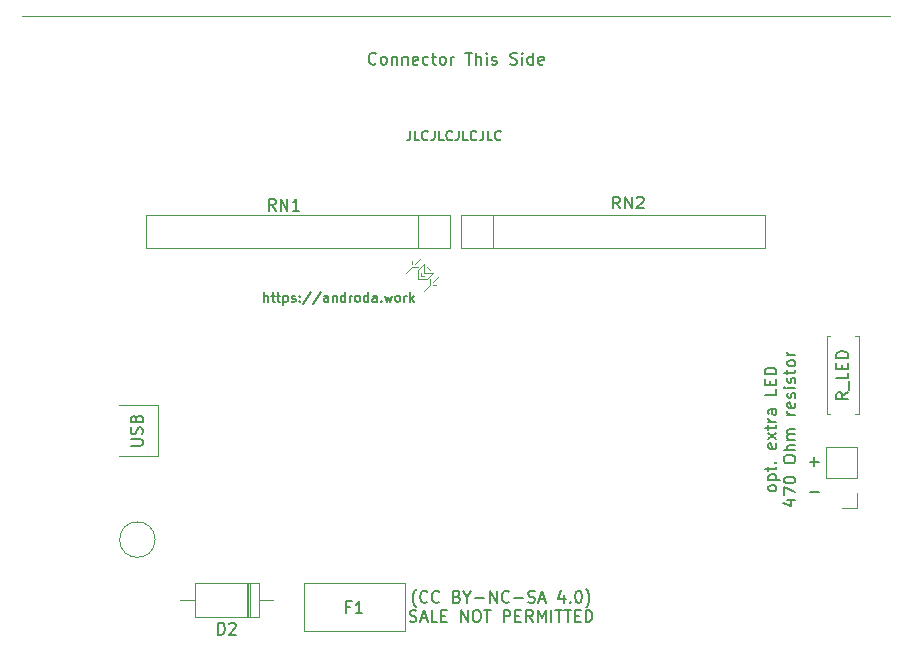
<source format=gbr>
%TF.GenerationSoftware,KiCad,Pcbnew,(6.0.2)*%
%TF.CreationDate,2022-04-05T12:16:13-06:00*%
%TF.ProjectId,Centronics50_F4Lite_THTV1,43656e74-726f-46e6-9963-7335305f4634,rev?*%
%TF.SameCoordinates,Original*%
%TF.FileFunction,Legend,Top*%
%TF.FilePolarity,Positive*%
%FSLAX46Y46*%
G04 Gerber Fmt 4.6, Leading zero omitted, Abs format (unit mm)*
G04 Created by KiCad (PCBNEW (6.0.2)) date 2022-04-05 12:16:13*
%MOMM*%
%LPD*%
G01*
G04 APERTURE LIST*
%ADD10C,0.150000*%
%ADD11C,0.120000*%
G04 APERTURE END LIST*
D10*
X166129047Y-70291428D02*
X166890952Y-70291428D01*
X166159047Y-67691428D02*
X166920952Y-67691428D01*
X166540000Y-68072380D02*
X166540000Y-67310476D01*
X163317380Y-70007619D02*
X163269761Y-70102857D01*
X163222142Y-70150476D01*
X163126904Y-70198095D01*
X162841190Y-70198095D01*
X162745952Y-70150476D01*
X162698333Y-70102857D01*
X162650714Y-70007619D01*
X162650714Y-69864761D01*
X162698333Y-69769523D01*
X162745952Y-69721904D01*
X162841190Y-69674285D01*
X163126904Y-69674285D01*
X163222142Y-69721904D01*
X163269761Y-69769523D01*
X163317380Y-69864761D01*
X163317380Y-70007619D01*
X162650714Y-69245714D02*
X163650714Y-69245714D01*
X162698333Y-69245714D02*
X162650714Y-69150476D01*
X162650714Y-68960000D01*
X162698333Y-68864761D01*
X162745952Y-68817142D01*
X162841190Y-68769523D01*
X163126904Y-68769523D01*
X163222142Y-68817142D01*
X163269761Y-68864761D01*
X163317380Y-68960000D01*
X163317380Y-69150476D01*
X163269761Y-69245714D01*
X162650714Y-68483809D02*
X162650714Y-68102857D01*
X162317380Y-68340952D02*
X163174523Y-68340952D01*
X163269761Y-68293333D01*
X163317380Y-68198095D01*
X163317380Y-68102857D01*
X163222142Y-67769523D02*
X163269761Y-67721904D01*
X163317380Y-67769523D01*
X163269761Y-67817142D01*
X163222142Y-67769523D01*
X163317380Y-67769523D01*
X163269761Y-66150476D02*
X163317380Y-66245714D01*
X163317380Y-66436190D01*
X163269761Y-66531428D01*
X163174523Y-66579047D01*
X162793571Y-66579047D01*
X162698333Y-66531428D01*
X162650714Y-66436190D01*
X162650714Y-66245714D01*
X162698333Y-66150476D01*
X162793571Y-66102857D01*
X162888809Y-66102857D01*
X162984047Y-66579047D01*
X163317380Y-65769523D02*
X162650714Y-65245714D01*
X162650714Y-65769523D02*
X163317380Y-65245714D01*
X162650714Y-65007619D02*
X162650714Y-64626666D01*
X162317380Y-64864761D02*
X163174523Y-64864761D01*
X163269761Y-64817142D01*
X163317380Y-64721904D01*
X163317380Y-64626666D01*
X163317380Y-64293333D02*
X162650714Y-64293333D01*
X162841190Y-64293333D02*
X162745952Y-64245714D01*
X162698333Y-64198095D01*
X162650714Y-64102857D01*
X162650714Y-64007619D01*
X163317380Y-63245714D02*
X162793571Y-63245714D01*
X162698333Y-63293333D01*
X162650714Y-63388571D01*
X162650714Y-63579047D01*
X162698333Y-63674285D01*
X163269761Y-63245714D02*
X163317380Y-63340952D01*
X163317380Y-63579047D01*
X163269761Y-63674285D01*
X163174523Y-63721904D01*
X163079285Y-63721904D01*
X162984047Y-63674285D01*
X162936428Y-63579047D01*
X162936428Y-63340952D01*
X162888809Y-63245714D01*
X163317380Y-61531428D02*
X163317380Y-62007619D01*
X162317380Y-62007619D01*
X162793571Y-61198095D02*
X162793571Y-60864761D01*
X163317380Y-60721904D02*
X163317380Y-61198095D01*
X162317380Y-61198095D01*
X162317380Y-60721904D01*
X163317380Y-60293333D02*
X162317380Y-60293333D01*
X162317380Y-60055238D01*
X162365000Y-59912380D01*
X162460238Y-59817142D01*
X162555476Y-59769523D01*
X162745952Y-59721904D01*
X162888809Y-59721904D01*
X163079285Y-59769523D01*
X163174523Y-59817142D01*
X163269761Y-59912380D01*
X163317380Y-60055238D01*
X163317380Y-60293333D01*
X164260714Y-70960000D02*
X164927380Y-70960000D01*
X163879761Y-71198095D02*
X164594047Y-71436190D01*
X164594047Y-70817142D01*
X163927380Y-70531428D02*
X163927380Y-69864761D01*
X164927380Y-70293333D01*
X163927380Y-69293333D02*
X163927380Y-69198095D01*
X163975000Y-69102857D01*
X164022619Y-69055238D01*
X164117857Y-69007619D01*
X164308333Y-68960000D01*
X164546428Y-68960000D01*
X164736904Y-69007619D01*
X164832142Y-69055238D01*
X164879761Y-69102857D01*
X164927380Y-69198095D01*
X164927380Y-69293333D01*
X164879761Y-69388571D01*
X164832142Y-69436190D01*
X164736904Y-69483809D01*
X164546428Y-69531428D01*
X164308333Y-69531428D01*
X164117857Y-69483809D01*
X164022619Y-69436190D01*
X163975000Y-69388571D01*
X163927380Y-69293333D01*
X163927380Y-67579047D02*
X163927380Y-67388571D01*
X163975000Y-67293333D01*
X164070238Y-67198095D01*
X164260714Y-67150476D01*
X164594047Y-67150476D01*
X164784523Y-67198095D01*
X164879761Y-67293333D01*
X164927380Y-67388571D01*
X164927380Y-67579047D01*
X164879761Y-67674285D01*
X164784523Y-67769523D01*
X164594047Y-67817142D01*
X164260714Y-67817142D01*
X164070238Y-67769523D01*
X163975000Y-67674285D01*
X163927380Y-67579047D01*
X164927380Y-66721904D02*
X163927380Y-66721904D01*
X164927380Y-66293333D02*
X164403571Y-66293333D01*
X164308333Y-66340952D01*
X164260714Y-66436190D01*
X164260714Y-66579047D01*
X164308333Y-66674285D01*
X164355952Y-66721904D01*
X164927380Y-65817142D02*
X164260714Y-65817142D01*
X164355952Y-65817142D02*
X164308333Y-65769523D01*
X164260714Y-65674285D01*
X164260714Y-65531428D01*
X164308333Y-65436190D01*
X164403571Y-65388571D01*
X164927380Y-65388571D01*
X164403571Y-65388571D02*
X164308333Y-65340952D01*
X164260714Y-65245714D01*
X164260714Y-65102857D01*
X164308333Y-65007619D01*
X164403571Y-64960000D01*
X164927380Y-64960000D01*
X164927380Y-63721904D02*
X164260714Y-63721904D01*
X164451190Y-63721904D02*
X164355952Y-63674285D01*
X164308333Y-63626666D01*
X164260714Y-63531428D01*
X164260714Y-63436190D01*
X164879761Y-62721904D02*
X164927380Y-62817142D01*
X164927380Y-63007619D01*
X164879761Y-63102857D01*
X164784523Y-63150476D01*
X164403571Y-63150476D01*
X164308333Y-63102857D01*
X164260714Y-63007619D01*
X164260714Y-62817142D01*
X164308333Y-62721904D01*
X164403571Y-62674285D01*
X164498809Y-62674285D01*
X164594047Y-63150476D01*
X164879761Y-62293333D02*
X164927380Y-62198095D01*
X164927380Y-62007619D01*
X164879761Y-61912380D01*
X164784523Y-61864761D01*
X164736904Y-61864761D01*
X164641666Y-61912380D01*
X164594047Y-62007619D01*
X164594047Y-62150476D01*
X164546428Y-62245714D01*
X164451190Y-62293333D01*
X164403571Y-62293333D01*
X164308333Y-62245714D01*
X164260714Y-62150476D01*
X164260714Y-62007619D01*
X164308333Y-61912380D01*
X164927380Y-61436190D02*
X164260714Y-61436190D01*
X163927380Y-61436190D02*
X163975000Y-61483809D01*
X164022619Y-61436190D01*
X163975000Y-61388571D01*
X163927380Y-61436190D01*
X164022619Y-61436190D01*
X164879761Y-61007619D02*
X164927380Y-60912380D01*
X164927380Y-60721904D01*
X164879761Y-60626666D01*
X164784523Y-60579047D01*
X164736904Y-60579047D01*
X164641666Y-60626666D01*
X164594047Y-60721904D01*
X164594047Y-60864761D01*
X164546428Y-60960000D01*
X164451190Y-61007619D01*
X164403571Y-61007619D01*
X164308333Y-60960000D01*
X164260714Y-60864761D01*
X164260714Y-60721904D01*
X164308333Y-60626666D01*
X164260714Y-60293333D02*
X164260714Y-59912380D01*
X163927380Y-60150476D02*
X164784523Y-60150476D01*
X164879761Y-60102857D01*
X164927380Y-60007619D01*
X164927380Y-59912380D01*
X164927380Y-59436190D02*
X164879761Y-59531428D01*
X164832142Y-59579047D01*
X164736904Y-59626666D01*
X164451190Y-59626666D01*
X164355952Y-59579047D01*
X164308333Y-59531428D01*
X164260714Y-59436190D01*
X164260714Y-59293333D01*
X164308333Y-59198095D01*
X164355952Y-59150476D01*
X164451190Y-59102857D01*
X164736904Y-59102857D01*
X164832142Y-59150476D01*
X164879761Y-59198095D01*
X164927380Y-59293333D01*
X164927380Y-59436190D01*
X164927380Y-58674285D02*
X164260714Y-58674285D01*
X164451190Y-58674285D02*
X164355952Y-58626666D01*
X164308333Y-58579047D01*
X164260714Y-58483809D01*
X164260714Y-58388571D01*
X132819523Y-80018333D02*
X132771904Y-79970714D01*
X132676666Y-79827857D01*
X132629047Y-79732619D01*
X132581428Y-79589761D01*
X132533809Y-79351666D01*
X132533809Y-79161190D01*
X132581428Y-78923095D01*
X132629047Y-78780238D01*
X132676666Y-78685000D01*
X132771904Y-78542142D01*
X132819523Y-78494523D01*
X133771904Y-79542142D02*
X133724285Y-79589761D01*
X133581428Y-79637380D01*
X133486190Y-79637380D01*
X133343333Y-79589761D01*
X133248095Y-79494523D01*
X133200476Y-79399285D01*
X133152857Y-79208809D01*
X133152857Y-79065952D01*
X133200476Y-78875476D01*
X133248095Y-78780238D01*
X133343333Y-78685000D01*
X133486190Y-78637380D01*
X133581428Y-78637380D01*
X133724285Y-78685000D01*
X133771904Y-78732619D01*
X134771904Y-79542142D02*
X134724285Y-79589761D01*
X134581428Y-79637380D01*
X134486190Y-79637380D01*
X134343333Y-79589761D01*
X134248095Y-79494523D01*
X134200476Y-79399285D01*
X134152857Y-79208809D01*
X134152857Y-79065952D01*
X134200476Y-78875476D01*
X134248095Y-78780238D01*
X134343333Y-78685000D01*
X134486190Y-78637380D01*
X134581428Y-78637380D01*
X134724285Y-78685000D01*
X134771904Y-78732619D01*
X136295714Y-79113571D02*
X136438571Y-79161190D01*
X136486190Y-79208809D01*
X136533809Y-79304047D01*
X136533809Y-79446904D01*
X136486190Y-79542142D01*
X136438571Y-79589761D01*
X136343333Y-79637380D01*
X135962380Y-79637380D01*
X135962380Y-78637380D01*
X136295714Y-78637380D01*
X136390952Y-78685000D01*
X136438571Y-78732619D01*
X136486190Y-78827857D01*
X136486190Y-78923095D01*
X136438571Y-79018333D01*
X136390952Y-79065952D01*
X136295714Y-79113571D01*
X135962380Y-79113571D01*
X137152857Y-79161190D02*
X137152857Y-79637380D01*
X136819523Y-78637380D02*
X137152857Y-79161190D01*
X137486190Y-78637380D01*
X137819523Y-79256428D02*
X138581428Y-79256428D01*
X139057619Y-79637380D02*
X139057619Y-78637380D01*
X139629047Y-79637380D01*
X139629047Y-78637380D01*
X140676666Y-79542142D02*
X140629047Y-79589761D01*
X140486190Y-79637380D01*
X140390952Y-79637380D01*
X140248095Y-79589761D01*
X140152857Y-79494523D01*
X140105238Y-79399285D01*
X140057619Y-79208809D01*
X140057619Y-79065952D01*
X140105238Y-78875476D01*
X140152857Y-78780238D01*
X140248095Y-78685000D01*
X140390952Y-78637380D01*
X140486190Y-78637380D01*
X140629047Y-78685000D01*
X140676666Y-78732619D01*
X141105238Y-79256428D02*
X141867142Y-79256428D01*
X142295714Y-79589761D02*
X142438571Y-79637380D01*
X142676666Y-79637380D01*
X142771904Y-79589761D01*
X142819523Y-79542142D01*
X142867142Y-79446904D01*
X142867142Y-79351666D01*
X142819523Y-79256428D01*
X142771904Y-79208809D01*
X142676666Y-79161190D01*
X142486190Y-79113571D01*
X142390952Y-79065952D01*
X142343333Y-79018333D01*
X142295714Y-78923095D01*
X142295714Y-78827857D01*
X142343333Y-78732619D01*
X142390952Y-78685000D01*
X142486190Y-78637380D01*
X142724285Y-78637380D01*
X142867142Y-78685000D01*
X143248095Y-79351666D02*
X143724285Y-79351666D01*
X143152857Y-79637380D02*
X143486190Y-78637380D01*
X143819523Y-79637380D01*
X145343333Y-78970714D02*
X145343333Y-79637380D01*
X145105238Y-78589761D02*
X144867142Y-79304047D01*
X145486190Y-79304047D01*
X145867142Y-79542142D02*
X145914761Y-79589761D01*
X145867142Y-79637380D01*
X145819523Y-79589761D01*
X145867142Y-79542142D01*
X145867142Y-79637380D01*
X146533809Y-78637380D02*
X146629047Y-78637380D01*
X146724285Y-78685000D01*
X146771904Y-78732619D01*
X146819523Y-78827857D01*
X146867142Y-79018333D01*
X146867142Y-79256428D01*
X146819523Y-79446904D01*
X146771904Y-79542142D01*
X146724285Y-79589761D01*
X146629047Y-79637380D01*
X146533809Y-79637380D01*
X146438571Y-79589761D01*
X146390952Y-79542142D01*
X146343333Y-79446904D01*
X146295714Y-79256428D01*
X146295714Y-79018333D01*
X146343333Y-78827857D01*
X146390952Y-78732619D01*
X146438571Y-78685000D01*
X146533809Y-78637380D01*
X147200476Y-80018333D02*
X147248095Y-79970714D01*
X147343333Y-79827857D01*
X147390952Y-79732619D01*
X147438571Y-79589761D01*
X147486190Y-79351666D01*
X147486190Y-79161190D01*
X147438571Y-78923095D01*
X147390952Y-78780238D01*
X147343333Y-78685000D01*
X147248095Y-78542142D01*
X147200476Y-78494523D01*
X132271904Y-81199761D02*
X132414761Y-81247380D01*
X132652857Y-81247380D01*
X132748095Y-81199761D01*
X132795714Y-81152142D01*
X132843333Y-81056904D01*
X132843333Y-80961666D01*
X132795714Y-80866428D01*
X132748095Y-80818809D01*
X132652857Y-80771190D01*
X132462380Y-80723571D01*
X132367142Y-80675952D01*
X132319523Y-80628333D01*
X132271904Y-80533095D01*
X132271904Y-80437857D01*
X132319523Y-80342619D01*
X132367142Y-80295000D01*
X132462380Y-80247380D01*
X132700476Y-80247380D01*
X132843333Y-80295000D01*
X133224285Y-80961666D02*
X133700476Y-80961666D01*
X133129047Y-81247380D02*
X133462380Y-80247380D01*
X133795714Y-81247380D01*
X134605238Y-81247380D02*
X134129047Y-81247380D01*
X134129047Y-80247380D01*
X134938571Y-80723571D02*
X135271904Y-80723571D01*
X135414761Y-81247380D02*
X134938571Y-81247380D01*
X134938571Y-80247380D01*
X135414761Y-80247380D01*
X136605238Y-81247380D02*
X136605238Y-80247380D01*
X137176666Y-81247380D01*
X137176666Y-80247380D01*
X137843333Y-80247380D02*
X138033809Y-80247380D01*
X138129047Y-80295000D01*
X138224285Y-80390238D01*
X138271904Y-80580714D01*
X138271904Y-80914047D01*
X138224285Y-81104523D01*
X138129047Y-81199761D01*
X138033809Y-81247380D01*
X137843333Y-81247380D01*
X137748095Y-81199761D01*
X137652857Y-81104523D01*
X137605238Y-80914047D01*
X137605238Y-80580714D01*
X137652857Y-80390238D01*
X137748095Y-80295000D01*
X137843333Y-80247380D01*
X138557619Y-80247380D02*
X139129047Y-80247380D01*
X138843333Y-81247380D02*
X138843333Y-80247380D01*
X140224285Y-81247380D02*
X140224285Y-80247380D01*
X140605238Y-80247380D01*
X140700476Y-80295000D01*
X140748095Y-80342619D01*
X140795714Y-80437857D01*
X140795714Y-80580714D01*
X140748095Y-80675952D01*
X140700476Y-80723571D01*
X140605238Y-80771190D01*
X140224285Y-80771190D01*
X141224285Y-80723571D02*
X141557619Y-80723571D01*
X141700476Y-81247380D02*
X141224285Y-81247380D01*
X141224285Y-80247380D01*
X141700476Y-80247380D01*
X142700476Y-81247380D02*
X142367142Y-80771190D01*
X142129047Y-81247380D02*
X142129047Y-80247380D01*
X142510000Y-80247380D01*
X142605238Y-80295000D01*
X142652857Y-80342619D01*
X142700476Y-80437857D01*
X142700476Y-80580714D01*
X142652857Y-80675952D01*
X142605238Y-80723571D01*
X142510000Y-80771190D01*
X142129047Y-80771190D01*
X143129047Y-81247380D02*
X143129047Y-80247380D01*
X143462380Y-80961666D01*
X143795714Y-80247380D01*
X143795714Y-81247380D01*
X144271904Y-81247380D02*
X144271904Y-80247380D01*
X144605238Y-80247380D02*
X145176666Y-80247380D01*
X144890952Y-81247380D02*
X144890952Y-80247380D01*
X145367142Y-80247380D02*
X145938571Y-80247380D01*
X145652857Y-81247380D02*
X145652857Y-80247380D01*
X146271904Y-80723571D02*
X146605238Y-80723571D01*
X146748095Y-81247380D02*
X146271904Y-81247380D01*
X146271904Y-80247380D01*
X146748095Y-80247380D01*
X147176666Y-81247380D02*
X147176666Y-80247380D01*
X147414761Y-80247380D01*
X147557619Y-80295000D01*
X147652857Y-80390238D01*
X147700476Y-80485476D01*
X147748095Y-80675952D01*
X147748095Y-80818809D01*
X147700476Y-81009285D01*
X147652857Y-81104523D01*
X147557619Y-81199761D01*
X147414761Y-81247380D01*
X147176666Y-81247380D01*
X129424285Y-33977142D02*
X129376666Y-34024761D01*
X129233809Y-34072380D01*
X129138571Y-34072380D01*
X128995714Y-34024761D01*
X128900476Y-33929523D01*
X128852857Y-33834285D01*
X128805238Y-33643809D01*
X128805238Y-33500952D01*
X128852857Y-33310476D01*
X128900476Y-33215238D01*
X128995714Y-33120000D01*
X129138571Y-33072380D01*
X129233809Y-33072380D01*
X129376666Y-33120000D01*
X129424285Y-33167619D01*
X129995714Y-34072380D02*
X129900476Y-34024761D01*
X129852857Y-33977142D01*
X129805238Y-33881904D01*
X129805238Y-33596190D01*
X129852857Y-33500952D01*
X129900476Y-33453333D01*
X129995714Y-33405714D01*
X130138571Y-33405714D01*
X130233809Y-33453333D01*
X130281428Y-33500952D01*
X130329047Y-33596190D01*
X130329047Y-33881904D01*
X130281428Y-33977142D01*
X130233809Y-34024761D01*
X130138571Y-34072380D01*
X129995714Y-34072380D01*
X130757619Y-33405714D02*
X130757619Y-34072380D01*
X130757619Y-33500952D02*
X130805238Y-33453333D01*
X130900476Y-33405714D01*
X131043333Y-33405714D01*
X131138571Y-33453333D01*
X131186190Y-33548571D01*
X131186190Y-34072380D01*
X131662380Y-33405714D02*
X131662380Y-34072380D01*
X131662380Y-33500952D02*
X131710000Y-33453333D01*
X131805238Y-33405714D01*
X131948095Y-33405714D01*
X132043333Y-33453333D01*
X132090952Y-33548571D01*
X132090952Y-34072380D01*
X132948095Y-34024761D02*
X132852857Y-34072380D01*
X132662380Y-34072380D01*
X132567142Y-34024761D01*
X132519523Y-33929523D01*
X132519523Y-33548571D01*
X132567142Y-33453333D01*
X132662380Y-33405714D01*
X132852857Y-33405714D01*
X132948095Y-33453333D01*
X132995714Y-33548571D01*
X132995714Y-33643809D01*
X132519523Y-33739047D01*
X133852857Y-34024761D02*
X133757619Y-34072380D01*
X133567142Y-34072380D01*
X133471904Y-34024761D01*
X133424285Y-33977142D01*
X133376666Y-33881904D01*
X133376666Y-33596190D01*
X133424285Y-33500952D01*
X133471904Y-33453333D01*
X133567142Y-33405714D01*
X133757619Y-33405714D01*
X133852857Y-33453333D01*
X134138571Y-33405714D02*
X134519523Y-33405714D01*
X134281428Y-33072380D02*
X134281428Y-33929523D01*
X134329047Y-34024761D01*
X134424285Y-34072380D01*
X134519523Y-34072380D01*
X134995714Y-34072380D02*
X134900476Y-34024761D01*
X134852857Y-33977142D01*
X134805238Y-33881904D01*
X134805238Y-33596190D01*
X134852857Y-33500952D01*
X134900476Y-33453333D01*
X134995714Y-33405714D01*
X135138571Y-33405714D01*
X135233809Y-33453333D01*
X135281428Y-33500952D01*
X135329047Y-33596190D01*
X135329047Y-33881904D01*
X135281428Y-33977142D01*
X135233809Y-34024761D01*
X135138571Y-34072380D01*
X134995714Y-34072380D01*
X135757619Y-34072380D02*
X135757619Y-33405714D01*
X135757619Y-33596190D02*
X135805238Y-33500952D01*
X135852857Y-33453333D01*
X135948095Y-33405714D01*
X136043333Y-33405714D01*
X136995714Y-33072380D02*
X137567142Y-33072380D01*
X137281428Y-34072380D02*
X137281428Y-33072380D01*
X137900476Y-34072380D02*
X137900476Y-33072380D01*
X138329047Y-34072380D02*
X138329047Y-33548571D01*
X138281428Y-33453333D01*
X138186190Y-33405714D01*
X138043333Y-33405714D01*
X137948095Y-33453333D01*
X137900476Y-33500952D01*
X138805238Y-34072380D02*
X138805238Y-33405714D01*
X138805238Y-33072380D02*
X138757619Y-33120000D01*
X138805238Y-33167619D01*
X138852857Y-33120000D01*
X138805238Y-33072380D01*
X138805238Y-33167619D01*
X139233809Y-34024761D02*
X139329047Y-34072380D01*
X139519523Y-34072380D01*
X139614761Y-34024761D01*
X139662380Y-33929523D01*
X139662380Y-33881904D01*
X139614761Y-33786666D01*
X139519523Y-33739047D01*
X139376666Y-33739047D01*
X139281428Y-33691428D01*
X139233809Y-33596190D01*
X139233809Y-33548571D01*
X139281428Y-33453333D01*
X139376666Y-33405714D01*
X139519523Y-33405714D01*
X139614761Y-33453333D01*
X140805238Y-34024761D02*
X140948095Y-34072380D01*
X141186190Y-34072380D01*
X141281428Y-34024761D01*
X141329047Y-33977142D01*
X141376666Y-33881904D01*
X141376666Y-33786666D01*
X141329047Y-33691428D01*
X141281428Y-33643809D01*
X141186190Y-33596190D01*
X140995714Y-33548571D01*
X140900476Y-33500952D01*
X140852857Y-33453333D01*
X140805238Y-33358095D01*
X140805238Y-33262857D01*
X140852857Y-33167619D01*
X140900476Y-33120000D01*
X140995714Y-33072380D01*
X141233809Y-33072380D01*
X141376666Y-33120000D01*
X141805238Y-34072380D02*
X141805238Y-33405714D01*
X141805238Y-33072380D02*
X141757619Y-33120000D01*
X141805238Y-33167619D01*
X141852857Y-33120000D01*
X141805238Y-33072380D01*
X141805238Y-33167619D01*
X142710000Y-34072380D02*
X142710000Y-33072380D01*
X142710000Y-34024761D02*
X142614761Y-34072380D01*
X142424285Y-34072380D01*
X142329047Y-34024761D01*
X142281428Y-33977142D01*
X142233809Y-33881904D01*
X142233809Y-33596190D01*
X142281428Y-33500952D01*
X142329047Y-33453333D01*
X142424285Y-33405714D01*
X142614761Y-33405714D01*
X142710000Y-33453333D01*
X143567142Y-34024761D02*
X143471904Y-34072380D01*
X143281428Y-34072380D01*
X143186190Y-34024761D01*
X143138571Y-33929523D01*
X143138571Y-33548571D01*
X143186190Y-33453333D01*
X143281428Y-33405714D01*
X143471904Y-33405714D01*
X143567142Y-33453333D01*
X143614761Y-33548571D01*
X143614761Y-33643809D01*
X143138571Y-33739047D01*
X132321761Y-39663424D02*
X132321761Y-40234853D01*
X132283666Y-40349139D01*
X132207476Y-40425329D01*
X132093190Y-40463424D01*
X132017000Y-40463424D01*
X133083666Y-40463424D02*
X132702714Y-40463424D01*
X132702714Y-39663424D01*
X133807476Y-40387234D02*
X133769380Y-40425329D01*
X133655095Y-40463424D01*
X133578904Y-40463424D01*
X133464619Y-40425329D01*
X133388428Y-40349139D01*
X133350333Y-40272948D01*
X133312238Y-40120567D01*
X133312238Y-40006281D01*
X133350333Y-39853900D01*
X133388428Y-39777710D01*
X133464619Y-39701520D01*
X133578904Y-39663424D01*
X133655095Y-39663424D01*
X133769380Y-39701520D01*
X133807476Y-39739615D01*
X134378904Y-39663424D02*
X134378904Y-40234853D01*
X134340809Y-40349139D01*
X134264619Y-40425329D01*
X134150333Y-40463424D01*
X134074142Y-40463424D01*
X135140809Y-40463424D02*
X134759857Y-40463424D01*
X134759857Y-39663424D01*
X135864619Y-40387234D02*
X135826523Y-40425329D01*
X135712238Y-40463424D01*
X135636047Y-40463424D01*
X135521761Y-40425329D01*
X135445571Y-40349139D01*
X135407476Y-40272948D01*
X135369380Y-40120567D01*
X135369380Y-40006281D01*
X135407476Y-39853900D01*
X135445571Y-39777710D01*
X135521761Y-39701520D01*
X135636047Y-39663424D01*
X135712238Y-39663424D01*
X135826523Y-39701520D01*
X135864619Y-39739615D01*
X136436047Y-39663424D02*
X136436047Y-40234853D01*
X136397952Y-40349139D01*
X136321761Y-40425329D01*
X136207476Y-40463424D01*
X136131285Y-40463424D01*
X137197952Y-40463424D02*
X136817000Y-40463424D01*
X136817000Y-39663424D01*
X137921761Y-40387234D02*
X137883666Y-40425329D01*
X137769380Y-40463424D01*
X137693190Y-40463424D01*
X137578904Y-40425329D01*
X137502714Y-40349139D01*
X137464619Y-40272948D01*
X137426523Y-40120567D01*
X137426523Y-40006281D01*
X137464619Y-39853900D01*
X137502714Y-39777710D01*
X137578904Y-39701520D01*
X137693190Y-39663424D01*
X137769380Y-39663424D01*
X137883666Y-39701520D01*
X137921761Y-39739615D01*
X138493190Y-39663424D02*
X138493190Y-40234853D01*
X138455095Y-40349139D01*
X138378904Y-40425329D01*
X138264619Y-40463424D01*
X138188428Y-40463424D01*
X139255095Y-40463424D02*
X138874142Y-40463424D01*
X138874142Y-39663424D01*
X139978904Y-40387234D02*
X139940809Y-40425329D01*
X139826523Y-40463424D01*
X139750333Y-40463424D01*
X139636047Y-40425329D01*
X139559857Y-40349139D01*
X139521761Y-40272948D01*
X139483666Y-40120567D01*
X139483666Y-40006281D01*
X139521761Y-39853900D01*
X139559857Y-39777710D01*
X139636047Y-39701520D01*
X139750333Y-39663424D01*
X139826523Y-39663424D01*
X139940809Y-39701520D01*
X139978904Y-39739615D01*
X119951018Y-54161644D02*
X119951018Y-53361644D01*
X120293875Y-54161644D02*
X120293875Y-53742597D01*
X120255780Y-53666406D01*
X120179589Y-53628311D01*
X120065303Y-53628311D01*
X119989113Y-53666406D01*
X119951018Y-53704501D01*
X120560541Y-53628311D02*
X120865303Y-53628311D01*
X120674827Y-53361644D02*
X120674827Y-54047359D01*
X120712922Y-54123549D01*
X120789113Y-54161644D01*
X120865303Y-54161644D01*
X121017684Y-53628311D02*
X121322446Y-53628311D01*
X121131970Y-53361644D02*
X121131970Y-54047359D01*
X121170065Y-54123549D01*
X121246256Y-54161644D01*
X121322446Y-54161644D01*
X121589113Y-53628311D02*
X121589113Y-54428311D01*
X121589113Y-53666406D02*
X121665303Y-53628311D01*
X121817684Y-53628311D01*
X121893875Y-53666406D01*
X121931970Y-53704501D01*
X121970065Y-53780692D01*
X121970065Y-54009263D01*
X121931970Y-54085454D01*
X121893875Y-54123549D01*
X121817684Y-54161644D01*
X121665303Y-54161644D01*
X121589113Y-54123549D01*
X122274827Y-54123549D02*
X122351018Y-54161644D01*
X122503399Y-54161644D01*
X122579589Y-54123549D01*
X122617684Y-54047359D01*
X122617684Y-54009263D01*
X122579589Y-53933073D01*
X122503399Y-53894978D01*
X122389113Y-53894978D01*
X122312922Y-53856882D01*
X122274827Y-53780692D01*
X122274827Y-53742597D01*
X122312922Y-53666406D01*
X122389113Y-53628311D01*
X122503399Y-53628311D01*
X122579589Y-53666406D01*
X122960541Y-54085454D02*
X122998637Y-54123549D01*
X122960541Y-54161644D01*
X122922446Y-54123549D01*
X122960541Y-54085454D01*
X122960541Y-54161644D01*
X122960541Y-53666406D02*
X122998637Y-53704501D01*
X122960541Y-53742597D01*
X122922446Y-53704501D01*
X122960541Y-53666406D01*
X122960541Y-53742597D01*
X123912922Y-53323549D02*
X123227208Y-54352120D01*
X124751018Y-53323549D02*
X124065303Y-54352120D01*
X125360541Y-54161644D02*
X125360541Y-53742597D01*
X125322446Y-53666406D01*
X125246256Y-53628311D01*
X125093875Y-53628311D01*
X125017684Y-53666406D01*
X125360541Y-54123549D02*
X125284351Y-54161644D01*
X125093875Y-54161644D01*
X125017684Y-54123549D01*
X124979589Y-54047359D01*
X124979589Y-53971168D01*
X125017684Y-53894978D01*
X125093875Y-53856882D01*
X125284351Y-53856882D01*
X125360541Y-53818787D01*
X125741494Y-53628311D02*
X125741494Y-54161644D01*
X125741494Y-53704501D02*
X125779589Y-53666406D01*
X125855780Y-53628311D01*
X125970065Y-53628311D01*
X126046256Y-53666406D01*
X126084351Y-53742597D01*
X126084351Y-54161644D01*
X126808160Y-54161644D02*
X126808160Y-53361644D01*
X126808160Y-54123549D02*
X126731970Y-54161644D01*
X126579589Y-54161644D01*
X126503399Y-54123549D01*
X126465303Y-54085454D01*
X126427208Y-54009263D01*
X126427208Y-53780692D01*
X126465303Y-53704501D01*
X126503399Y-53666406D01*
X126579589Y-53628311D01*
X126731970Y-53628311D01*
X126808160Y-53666406D01*
X127189113Y-54161644D02*
X127189113Y-53628311D01*
X127189113Y-53780692D02*
X127227208Y-53704501D01*
X127265303Y-53666406D01*
X127341494Y-53628311D01*
X127417684Y-53628311D01*
X127798637Y-54161644D02*
X127722446Y-54123549D01*
X127684351Y-54085454D01*
X127646256Y-54009263D01*
X127646256Y-53780692D01*
X127684351Y-53704501D01*
X127722446Y-53666406D01*
X127798637Y-53628311D01*
X127912922Y-53628311D01*
X127989113Y-53666406D01*
X128027208Y-53704501D01*
X128065303Y-53780692D01*
X128065303Y-54009263D01*
X128027208Y-54085454D01*
X127989113Y-54123549D01*
X127912922Y-54161644D01*
X127798637Y-54161644D01*
X128751018Y-54161644D02*
X128751018Y-53361644D01*
X128751018Y-54123549D02*
X128674827Y-54161644D01*
X128522446Y-54161644D01*
X128446256Y-54123549D01*
X128408160Y-54085454D01*
X128370065Y-54009263D01*
X128370065Y-53780692D01*
X128408160Y-53704501D01*
X128446256Y-53666406D01*
X128522446Y-53628311D01*
X128674827Y-53628311D01*
X128751018Y-53666406D01*
X129474827Y-54161644D02*
X129474827Y-53742597D01*
X129436732Y-53666406D01*
X129360541Y-53628311D01*
X129208160Y-53628311D01*
X129131970Y-53666406D01*
X129474827Y-54123549D02*
X129398637Y-54161644D01*
X129208160Y-54161644D01*
X129131970Y-54123549D01*
X129093875Y-54047359D01*
X129093875Y-53971168D01*
X129131970Y-53894978D01*
X129208160Y-53856882D01*
X129398637Y-53856882D01*
X129474827Y-53818787D01*
X129855780Y-54085454D02*
X129893875Y-54123549D01*
X129855780Y-54161644D01*
X129817684Y-54123549D01*
X129855780Y-54085454D01*
X129855780Y-54161644D01*
X130160541Y-53628311D02*
X130312922Y-54161644D01*
X130465303Y-53780692D01*
X130617684Y-54161644D01*
X130770065Y-53628311D01*
X131189113Y-54161644D02*
X131112922Y-54123549D01*
X131074827Y-54085454D01*
X131036732Y-54009263D01*
X131036732Y-53780692D01*
X131074827Y-53704501D01*
X131112922Y-53666406D01*
X131189113Y-53628311D01*
X131303399Y-53628311D01*
X131379589Y-53666406D01*
X131417684Y-53704501D01*
X131455780Y-53780692D01*
X131455780Y-54009263D01*
X131417684Y-54085454D01*
X131379589Y-54123549D01*
X131303399Y-54161644D01*
X131189113Y-54161644D01*
X131798637Y-54161644D02*
X131798637Y-53628311D01*
X131798637Y-53780692D02*
X131836732Y-53704501D01*
X131874827Y-53666406D01*
X131951018Y-53628311D01*
X132027208Y-53628311D01*
X132293875Y-54161644D02*
X132293875Y-53361644D01*
X132370065Y-53856882D02*
X132598637Y-54161644D01*
X132598637Y-53628311D02*
X132293875Y-53933073D01*
%TO.C,D2*%
X116046024Y-82335480D02*
X116046024Y-81335480D01*
X116284120Y-81335480D01*
X116426977Y-81383100D01*
X116522215Y-81478338D01*
X116569834Y-81573576D01*
X116617453Y-81764052D01*
X116617453Y-81906909D01*
X116569834Y-82097385D01*
X116522215Y-82192623D01*
X116426977Y-82287861D01*
X116284120Y-82335480D01*
X116046024Y-82335480D01*
X116998405Y-81430719D02*
X117046024Y-81383100D01*
X117141262Y-81335480D01*
X117379358Y-81335480D01*
X117474596Y-81383100D01*
X117522215Y-81430719D01*
X117569834Y-81525957D01*
X117569834Y-81621195D01*
X117522215Y-81764052D01*
X116950786Y-82335480D01*
X117569834Y-82335480D01*
%TO.C,R_LED*%
X169395400Y-61817071D02*
X168919210Y-62150404D01*
X169395400Y-62388500D02*
X168395400Y-62388500D01*
X168395400Y-62007547D01*
X168443020Y-61912309D01*
X168490639Y-61864690D01*
X168585877Y-61817071D01*
X168728734Y-61817071D01*
X168823972Y-61864690D01*
X168871591Y-61912309D01*
X168919210Y-62007547D01*
X168919210Y-62388500D01*
X169490639Y-61626595D02*
X169490639Y-60864690D01*
X169395400Y-60150404D02*
X169395400Y-60626595D01*
X168395400Y-60626595D01*
X168871591Y-59817071D02*
X168871591Y-59483738D01*
X169395400Y-59340880D02*
X169395400Y-59817071D01*
X168395400Y-59817071D01*
X168395400Y-59340880D01*
X169395400Y-58912309D02*
X168395400Y-58912309D01*
X168395400Y-58674214D01*
X168443020Y-58531357D01*
X168538258Y-58436119D01*
X168633496Y-58388500D01*
X168823972Y-58340880D01*
X168966829Y-58340880D01*
X169157305Y-58388500D01*
X169252543Y-58436119D01*
X169347781Y-58531357D01*
X169395400Y-58674214D01*
X169395400Y-58912309D01*
%TO.C,F1*%
X127212766Y-80002071D02*
X126879433Y-80002071D01*
X126879433Y-80525880D02*
X126879433Y-79525880D01*
X127355623Y-79525880D01*
X128260385Y-80525880D02*
X127688957Y-80525880D01*
X127974671Y-80525880D02*
X127974671Y-79525880D01*
X127879433Y-79668738D01*
X127784195Y-79763976D01*
X127688957Y-79811595D01*
%TO.C,U2*%
X108668475Y-66360846D02*
X109477999Y-66360846D01*
X109573237Y-66313227D01*
X109620856Y-66265608D01*
X109668475Y-66170370D01*
X109668475Y-65979894D01*
X109620856Y-65884656D01*
X109573237Y-65837037D01*
X109477999Y-65789418D01*
X108668475Y-65789418D01*
X109620856Y-65360846D02*
X109668475Y-65217989D01*
X109668475Y-64979894D01*
X109620856Y-64884656D01*
X109573237Y-64837037D01*
X109477999Y-64789418D01*
X109382761Y-64789418D01*
X109287523Y-64837037D01*
X109239904Y-64884656D01*
X109192285Y-64979894D01*
X109144666Y-65170370D01*
X109097047Y-65265608D01*
X109049428Y-65313227D01*
X108954190Y-65360846D01*
X108858952Y-65360846D01*
X108763714Y-65313227D01*
X108716095Y-65265608D01*
X108668475Y-65170370D01*
X108668475Y-64932275D01*
X108716095Y-64789418D01*
X109144666Y-64027513D02*
X109192285Y-63884656D01*
X109239904Y-63837037D01*
X109335142Y-63789418D01*
X109477999Y-63789418D01*
X109573237Y-63837037D01*
X109620856Y-63884656D01*
X109668475Y-63979894D01*
X109668475Y-64360846D01*
X108668475Y-64360846D01*
X108668475Y-64027513D01*
X108716095Y-63932275D01*
X108763714Y-63884656D01*
X108858952Y-63837037D01*
X108954190Y-63837037D01*
X109049428Y-63884656D01*
X109097047Y-63932275D01*
X109144666Y-64027513D01*
X109144666Y-64360846D01*
%TO.C,RN2*%
X150071223Y-46256500D02*
X149737890Y-45780310D01*
X149499795Y-46256500D02*
X149499795Y-45256500D01*
X149880747Y-45256500D01*
X149975985Y-45304120D01*
X150023604Y-45351739D01*
X150071223Y-45446977D01*
X150071223Y-45589834D01*
X150023604Y-45685072D01*
X149975985Y-45732691D01*
X149880747Y-45780310D01*
X149499795Y-45780310D01*
X150499795Y-46256500D02*
X150499795Y-45256500D01*
X151071223Y-46256500D01*
X151071223Y-45256500D01*
X151499795Y-45351739D02*
X151547414Y-45304120D01*
X151642652Y-45256500D01*
X151880747Y-45256500D01*
X151975985Y-45304120D01*
X152023604Y-45351739D01*
X152071223Y-45446977D01*
X152071223Y-45542215D01*
X152023604Y-45685072D01*
X151452176Y-46256500D01*
X152071223Y-46256500D01*
%TO.C,RN1*%
X120924723Y-46434000D02*
X120591390Y-45957810D01*
X120353295Y-46434000D02*
X120353295Y-45434000D01*
X120734247Y-45434000D01*
X120829485Y-45481620D01*
X120877104Y-45529239D01*
X120924723Y-45624477D01*
X120924723Y-45767334D01*
X120877104Y-45862572D01*
X120829485Y-45910191D01*
X120734247Y-45957810D01*
X120353295Y-45957810D01*
X121353295Y-46434000D02*
X121353295Y-45434000D01*
X121924723Y-46434000D01*
X121924723Y-45434000D01*
X122924723Y-46434000D02*
X122353295Y-46434000D01*
X122639009Y-46434000D02*
X122639009Y-45434000D01*
X122543771Y-45576858D01*
X122448533Y-45672096D01*
X122353295Y-45719715D01*
D11*
%TO.C,D2*%
X119504120Y-80883100D02*
X119504120Y-77943100D01*
X119504120Y-77943100D02*
X114064120Y-77943100D01*
X114064120Y-77943100D02*
X114064120Y-80883100D01*
X114064120Y-80883100D02*
X119504120Y-80883100D01*
X120724120Y-79413100D02*
X119504120Y-79413100D01*
X112844120Y-79413100D02*
X114064120Y-79413100D01*
X118604120Y-80883100D02*
X118604120Y-77943100D01*
X118484120Y-80883100D02*
X118484120Y-77943100D01*
X118724120Y-80883100D02*
X118724120Y-77943100D01*
%TO.C,R_LED*%
X167565400Y-63625480D02*
X167895400Y-63625480D01*
X167565400Y-57085480D02*
X167565400Y-63625480D01*
X167895400Y-57085480D02*
X167565400Y-57085480D01*
X170305400Y-63625480D02*
X169975400Y-63625480D01*
X170305400Y-57085480D02*
X170305400Y-63625480D01*
X169975400Y-57085480D02*
X170305400Y-57085480D01*
%TO.C,J3*%
X170184120Y-71637200D02*
X168854120Y-71637200D01*
X170184120Y-70307200D02*
X170184120Y-71637200D01*
X170184120Y-69037200D02*
X167524120Y-69037200D01*
X167524120Y-69037200D02*
X167524120Y-66437200D01*
X170184120Y-69037200D02*
X170184120Y-66437200D01*
X170184120Y-66437200D02*
X167524120Y-66437200D01*
%TO.C,U3*%
X172927500Y-29998460D02*
X99487500Y-29998460D01*
%TO.C,F1*%
X123301820Y-77934500D02*
X131901820Y-77934500D01*
X123301820Y-77934500D02*
X123301820Y-82034500D01*
X131901820Y-77934500D02*
X131901820Y-82034500D01*
X123301820Y-82034500D02*
X131901820Y-82034500D01*
%TO.C,U2*%
X110716095Y-74293742D02*
G75*
G03*
X110716095Y-74293742I-1500000J0D01*
G01*
X107692095Y-67181742D02*
X110994095Y-67181742D01*
X110994095Y-67181742D02*
X110994095Y-62863742D01*
X110994095Y-62863742D02*
X107692095Y-62863742D01*
%TO.C,RN2*%
X136621700Y-46804120D02*
X136621700Y-49604120D01*
X136621700Y-49604120D02*
X162361700Y-49604120D01*
X162361700Y-49604120D02*
X162361700Y-46804120D01*
X162361700Y-46804120D02*
X136621700Y-46804120D01*
X139331700Y-46804120D02*
X139331700Y-49604120D01*
%TO.C,RN1*%
X135691700Y-49604120D02*
X135691700Y-46804120D01*
X135691700Y-46804120D02*
X109951700Y-46804120D01*
X109951700Y-46804120D02*
X109951700Y-49604120D01*
X109951700Y-49604120D02*
X135691700Y-49604120D01*
X132981700Y-49604120D02*
X132981700Y-46804120D01*
%TO.C,REF\u002A\u002A*%
X134030720Y-51470560D02*
X133776720Y-51216560D01*
X134284720Y-52486560D02*
X134792720Y-51978560D01*
X132760720Y-50962560D02*
X133268720Y-50454560D01*
X132506720Y-50962560D02*
X132506720Y-50708560D01*
X132506720Y-51216560D02*
X131998720Y-51724560D01*
X133014720Y-51216560D02*
X132506720Y-51216560D01*
X133268720Y-51978560D02*
X133522720Y-51978560D01*
X133268720Y-51724560D02*
X133268720Y-51978560D01*
X133522720Y-51724560D02*
X134284720Y-51724560D01*
X133522720Y-50962560D02*
X133522720Y-51724560D01*
X133014720Y-51470560D02*
X133522720Y-50962560D01*
X133014720Y-52232560D02*
X133014720Y-51470560D01*
X133776720Y-52232560D02*
X133014720Y-52232560D01*
X133776720Y-52232560D02*
X134284720Y-51724560D01*
X134030720Y-52740560D02*
X133522720Y-53248560D01*
X134030720Y-52232560D02*
X134030720Y-52740560D01*
X134284720Y-52740560D02*
X134538720Y-52740560D01*
%TD*%
M02*

</source>
